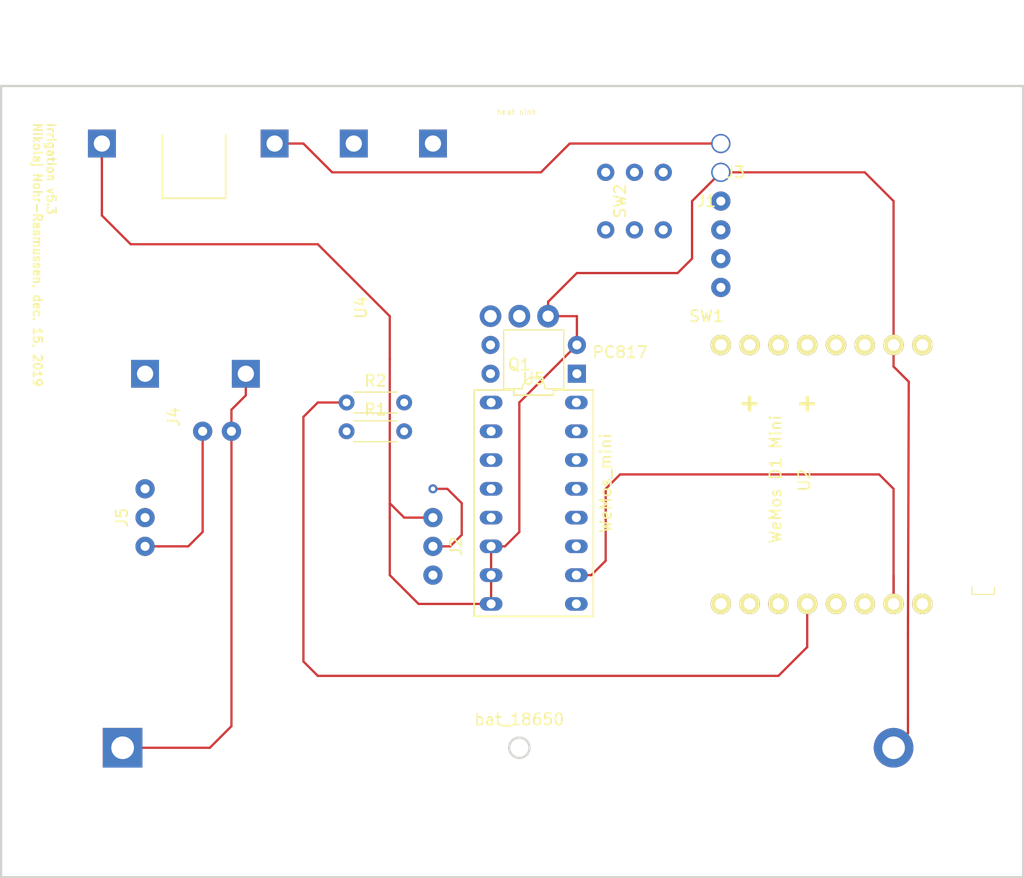
<source format=kicad_pcb>
(kicad_pcb (version 20171130) (host pcbnew "(5.0.2)-1")

  (general
    (thickness 1.6)
    (drawings 20)
    (tracks 195)
    (zones 0)
    (modules 15)
    (nets 19)
  )

  (page A4)
  (layers
    (0 Top_copper power)
    (1 "Blue_(signal_1)" signal hide)
    (2 Bottom_copper signal)
    (3 "Yellow2_(signal)" signal hide)
    (4 "Blue2_(signal)" signal hide)
    (31 "Red_(Power)" power hide)
    (32 B.Adhes user hide)
    (33 F.Adhes user hide)
    (34 B.Paste user hide)
    (35 F.Paste user hide)
    (36 B.SilkS user)
    (37 F.SilkS user)
    (38 B.Mask user)
    (39 F.Mask user)
    (40 Dwgs.User user hide)
    (41 Cmts.User user hide)
    (42 Eco1.User user hide)
    (43 Eco2.User user hide)
    (44 Edge.Cuts user)
    (45 Margin user hide)
    (46 B.CrtYd user)
    (47 F.CrtYd user)
    (48 B.Fab user hide)
    (49 F.Fab user hide)
  )

  (setup
    (last_trace_width 0.2)
    (trace_clearance 0.2)
    (zone_clearance 0.508)
    (zone_45_only no)
    (trace_min 0.2)
    (segment_width 0.2)
    (edge_width 0.2)
    (via_size 0.8)
    (via_drill 0.4)
    (via_min_size 0.4)
    (via_min_drill 0.3)
    (uvia_size 0.3)
    (uvia_drill 0.1)
    (uvias_allowed no)
    (uvia_min_size 0.2)
    (uvia_min_drill 0.1)
    (pcb_text_width 0.3)
    (pcb_text_size 1.5 1.5)
    (mod_edge_width 0.15)
    (mod_text_size 1 1)
    (mod_text_width 0.15)
    (pad_size 1.5 2)
    (pad_drill 1.1)
    (pad_to_mask_clearance 0.2)
    (solder_mask_min_width 0.25)
    (aux_axis_origin 0 0)
    (visible_elements 7FFFFFFF)
    (pcbplotparams
      (layerselection 0x290f0_7fffffe5)
      (usegerberextensions true)
      (usegerberattributes false)
      (usegerberadvancedattributes false)
      (creategerberjobfile false)
      (excludeedgelayer true)
      (linewidth 0.100000)
      (plotframeref false)
      (viasonmask false)
      (mode 1)
      (useauxorigin false)
      (hpglpennumber 1)
      (hpglpenspeed 20)
      (hpglpendiameter 15.000000)
      (psnegative false)
      (psa4output false)
      (plotreference true)
      (plotvalue true)
      (plotinvisibletext false)
      (padsonsilk true)
      (subtractmaskfromsilk false)
      (outputformat 1)
      (mirror false)
      (drillshape 0)
      (scaleselection 1)
      (outputdirectory "./"))
  )

  (net 0 "")
  (net 1 GND)
  (net 2 "Net-(J3-Pad2)")
  (net 3 "Net-(J3-Pad1)")
  (net 4 "Net-(Q1-Pad1)")
  (net 5 "Net-(SW1-Pad1)")
  (net 6 "Net-(Opto1-Pad1)")
  (net 7 "Net-(J1-Pad2)")
  (net 8 "Net-(R2-Pad1)")
  (net 9 "Net-(SW2-Pad2)")
  (net 10 "Net-(SW2-Pad1)")
  (net 11 "Net-(R1-Pad2)")
  (net 12 "Net-(U2-Pad15)")
  (net 13 "Net-(U2-Pad14)")
  (net 14 "Net-(U2-Pad10)")
  (net 15 "Net-(J4-Pad2)")
  (net 16 "Net-(J5-Pad3)")
  (net 17 "Net-(J2-Pad3)")
  (net 18 "Net-(J2-Pad2)")

  (net_class Default "This is the default net class."
    (clearance 0.2)
    (trace_width 0.2)
    (via_dia 0.8)
    (via_drill 0.4)
    (uvia_dia 0.3)
    (uvia_drill 0.1)
    (add_net GND)
    (add_net "Net-(J1-Pad2)")
    (add_net "Net-(J2-Pad2)")
    (add_net "Net-(J2-Pad3)")
    (add_net "Net-(J3-Pad1)")
    (add_net "Net-(J3-Pad2)")
    (add_net "Net-(J4-Pad2)")
    (add_net "Net-(J5-Pad3)")
    (add_net "Net-(Opto1-Pad1)")
    (add_net "Net-(Q1-Pad1)")
    (add_net "Net-(R1-Pad2)")
    (add_net "Net-(R2-Pad1)")
    (add_net "Net-(SW1-Pad1)")
    (add_net "Net-(SW2-Pad1)")
    (add_net "Net-(SW2-Pad2)")
    (add_net "Net-(U2-Pad10)")
    (add_net "Net-(U2-Pad14)")
    (add_net "Net-(U2-Pad15)")
  )

  (module footprint:74HC4052_analogue_mux_v1 (layer Top_copper) (tedit 5CA72754) (tstamp 5CA72CC3)
    (at 64.77 54.61 270)
    (path /5CAC48A2)
    (fp_text reference U5 (at -10.99 0) (layer F.SilkS)
      (effects (font (size 1 1) (thickness 0.15)))
    )
    (fp_text value CD4052B (at 0 0 270) (layer F.Fab)
      (effects (font (size 1 1) (thickness 0.15)))
    )
    (fp_line (start -10.15 5.4) (end -10.15 -5.4) (layer F.CrtYd) (width 0.05))
    (fp_line (start 10.15 5.4) (end -10.15 5.4) (layer F.CrtYd) (width 0.05))
    (fp_line (start 10.15 -5.4) (end 10.15 5.4) (layer F.CrtYd) (width 0.05))
    (fp_line (start -10.15 -5.4) (end 10.15 -5.4) (layer F.CrtYd) (width 0.05))
    (fp_line (start -9.99 1.753333) (end -9.99 5.259999) (layer F.SilkS) (width 0.15))
    (fp_line (start -9.54 1.753333) (end -9.99 1.753333) (layer F.SilkS) (width 0.15))
    (fp_line (start -9.54 -1.753333) (end -9.54 1.753333) (layer F.SilkS) (width 0.15))
    (fp_line (start -9.99 -1.753333) (end -9.54 -1.753333) (layer F.SilkS) (width 0.15))
    (fp_line (start -9.99 -5.26) (end -9.99 -1.753333) (layer F.SilkS) (width 0.15))
    (fp_line (start 9.99 -5.259999) (end -9.99 -5.26) (layer F.SilkS) (width 0.15))
    (fp_line (start 9.99 5.26) (end 9.99 -5.259999) (layer F.SilkS) (width 0.15))
    (fp_line (start -9.99 5.259999) (end 9.99 5.26) (layer F.SilkS) (width 0.15))
    (pad 8 thru_hole oval (at 8.89 3.76 270) (size 1.2 2) (drill 0.8) (layers *.Cu *.Mask)
      (net 1 GND))
    (pad 9 thru_hole oval (at 8.89 -3.76 270) (size 1.2 2) (drill 0.8) (layers *.Cu *.Mask)
      (net 13 "Net-(U2-Pad14)"))
    (pad 7 thru_hole oval (at 6.35 3.76 270) (size 1.2 2) (drill 0.8) (layers *.Cu *.Mask)
      (net 1 GND))
    (pad 10 thru_hole oval (at 6.35 -3.76 270) (size 1.2 2) (drill 0.8) (layers *.Cu *.Mask)
      (net 12 "Net-(U2-Pad15)"))
    (pad 6 thru_hole oval (at 3.81 3.76 270) (size 1.2 2) (drill 0.8) (layers *.Cu *.Mask)
      (net 1 GND))
    (pad 11 thru_hole oval (at 3.81 -3.76 270) (size 1.2 2) (drill 0.8) (layers *.Cu *.Mask))
    (pad 5 thru_hole oval (at 1.27 3.76 270) (size 1.2 2) (drill 0.8) (layers *.Cu *.Mask))
    (pad 12 thru_hole oval (at 1.27 -3.76 270) (size 1.2 2) (drill 0.8) (layers *.Cu *.Mask)
      (net 17 "Net-(J2-Pad3)"))
    (pad 4 thru_hole oval (at -1.27 3.76 270) (size 1.2 2) (drill 0.8) (layers *.Cu *.Mask))
    (pad 13 thru_hole oval (at -1.27 -3.76 270) (size 1.2 2) (drill 0.8) (layers *.Cu *.Mask)
      (net 14 "Net-(U2-Pad10)"))
    (pad 3 thru_hole oval (at -3.81 3.76 270) (size 1.2 2) (drill 0.8) (layers *.Cu *.Mask))
    (pad 14 thru_hole oval (at -3.81 -3.76 270) (size 1.2 2) (drill 0.8) (layers *.Cu *.Mask)
      (net 11 "Net-(R1-Pad2)"))
    (pad 2 thru_hole oval (at -6.35 3.76 270) (size 1.2 2) (drill 0.8) (layers *.Cu *.Mask))
    (pad 15 thru_hole oval (at -6.35 -3.76 270) (size 1.2 2) (drill 0.8) (layers *.Cu *.Mask)
      (net 16 "Net-(J5-Pad3)"))
    (pad 1 thru_hole oval (at -8.89 3.76 270) (size 1.2 2) (drill 0.8) (layers *.Cu *.Mask))
    (pad 16 thru_hole oval (at -8.89 -3.76 270) (size 1.2 2) (drill 0.8) (layers *.Cu *.Mask)
      (net 18 "Net-(J2-Pad2)"))
  )

  (module footprint:BatteryHolder_MPD_BH-18650-PC2_v4 (layer Top_copper) (tedit 5CAF9A70) (tstamp 5CAF9B3B)
    (at 63.5 76.2)
    (descr "18650 Battery Holder (http://www.memoryprotectiondevices.com/datasheets/BK-18650-PC2-datasheet.pdf)")
    (tags "18650 Battery Holder")
    (path /5C9C0D4A)
    (fp_text reference bat_18650 (at 0 -2.5) (layer F.SilkS)
      (effects (font (size 1 1) (thickness 0.15)))
    )
    (fp_text value Battery_Cell (at 0 -4.8) (layer F.Fab)
      (effects (font (size 1 1) (thickness 0.15)))
    )
    (fp_line (start -38.1 -10.668) (end 35.56 -10.668) (layer F.CrtYd) (width 0.05))
    (fp_line (start -38.1 10.668) (end -38.1 -10.668) (layer F.CrtYd) (width 0.05))
    (fp_circle (center 0 0) (end -1.016 -0.508) (layer F.CrtYd) (width 0.05))
    (fp_line (start 35.56 10.668) (end 35.56 -10.668) (layer F.CrtYd) (width 0.05))
    (fp_line (start -38.1 10.668) (end 35.56 10.668) (layer F.CrtYd) (width 0.05))
    (pad 2 thru_hole circle (at 33.02 0) (size 3.5 3.5) (drill 2) (layers *.Cu *.Mask)
      (net 1 GND))
    (pad 1 thru_hole rect (at -35 0) (size 3.5 3.5) (drill 2) (layers *.Cu *.Mask)
      (net 15 "Net-(J4-Pad2)"))
    (model ${KISYS3DMOD}/Battery.3dshapes/BatteryHolder_MPD_BH-18650-PC2.wrl
      (at (xyz 0 0 0))
      (scale (xyz 1 1 1))
      (rotate (xyz 0 0 0))
    )
  )

  (module footprint:2p_connector_v2 (layer Top_copper) (tedit 5C9E8F0F) (tstamp 5C9BBC0A)
    (at 78.74 22.86 90)
    (path /5C4F9789)
    (fp_text reference J1 (at -5.08 1.27 180) (layer F.SilkS)
      (effects (font (size 1 1) (thickness 0.15)))
    )
    (fp_text value Sol (at -1.27 20.32 180) (layer F.Fab)
      (effects (font (size 1 1) (thickness 0.15)))
    )
    (fp_line (start -3.81 1.27) (end 1.27 1.27) (layer F.CrtYd) (width 0.15))
    (fp_line (start 1.27 1.27) (end 1.27 3.81) (layer F.CrtYd) (width 0.15))
    (fp_line (start 1.27 3.81) (end -3.81 3.81) (layer F.CrtYd) (width 0.15))
    (fp_line (start -3.81 3.81) (end -3.81 1.27) (layer F.CrtYd) (width 0.15))
    (pad 1 thru_hole circle (at -2.54 2.54 90) (size 1.7 1.7) (drill 1.43) (layers *.Cu *.Mask)
      (net 1 GND))
    (pad 2 thru_hole circle (at 0 2.54 90) (size 1.7 1.7) (drill 1.43) (layers *.Cu *.Mask)
      (net 7 "Net-(J1-Pad2)"))
  )

  (module wemos_d1_mini:D1_mini_board_v10 (layer Top_copper) (tedit 5C9CC373) (tstamp 5C9BBEBB)
    (at 106.68 45.72 90)
    (path /5C4F9AC3)
    (fp_text reference U2 (at -6.858 -18.034 90) (layer F.SilkS)
      (effects (font (size 1 1) (thickness 0.15)))
    )
    (fp_text value WeMos_mini (at -7.112 -35.56 90) (layer F.SilkS)
      (effects (font (size 1 1) (thickness 0.15)))
    )
    (fp_text user "WeMos D1 Mini" (at -6.776942 -20.574 90) (layer F.SilkS)
      (effects (font (size 1 1) (thickness 0.15)))
    )
    (fp_line (start -3.597292 -5.442549) (end -10.736873 -5.442549) (layer F.CrtYd) (width 0.1))
    (fp_line (start -10.736873 -5.442549) (end -10.736873 0.371188) (layer F.CrtYd) (width 0.1))
    (fp_line (start -10.736873 0.371188) (end -3.597292 0.371188) (layer F.CrtYd) (width 0.1))
    (fp_line (start -3.597292 0.371188) (end -3.597292 -5.442549) (layer F.CrtYd) (width 0.1))
    (fp_line (start -16.28582 -3.248262) (end -16.938459 -3.248262) (layer F.SilkS) (width 0.1))
    (fp_line (start -16.938459 -3.248262) (end -16.938459 -1.255068) (layer F.SilkS) (width 0.1))
    (fp_line (start -16.938459 -1.255068) (end -16.321098 -1.255068) (layer F.SilkS) (width 0.1))
    (fp_line (start 6.604 1.016) (end -16.256 1.016) (layer F.CrtYd) (width 0.15))
    (fp_line (start -16.256 1.016) (end -16.256 -5.842) (layer F.CrtYd) (width 0.15))
    (fp_line (start -19.558 -5.842) (end -19.558 -34.544) (layer F.CrtYd) (width 0.15))
    (fp_line (start -19.558 -34.544) (end 6.604 -34.544) (layer F.CrtYd) (width 0.15))
    (fp_line (start 6.604 -34.544) (end 6.604 1.016) (layer F.CrtYd) (width 0.15))
    (fp_text user RST (at -22.016942 -25.654 90) (layer F.Fab)
      (effects (font (size 1 1) (thickness 0.15)))
    )
    (fp_text user 3V3 (at -22.016942 -7.874 90) (layer F.Fab)
      (effects (font (size 1 1) (thickness 0.15)))
    )
    (fp_text user 5V (at 8.463058 -7.874 90) (layer F.Fab)
      (effects (font (size 1 1) (thickness 0.15)))
    )
    (fp_text user GND (at 8.463058 -10.414 90) (layer F.Fab)
      (effects (font (size 1 1) (thickness 0.15)))
    )
    (fp_text user A0 (at -22.016942 -23.114 90) (layer F.Fab)
      (effects (font (size 1 1) (thickness 0.15)))
    )
    (fp_line (start -16.256 -5.842) (end -19.558 -5.842) (layer F.CrtYd) (width 0.15))
    (fp_text user D0 (at -22.098 -20.574 90) (layer F.Fab)
      (effects (font (size 1 1) (thickness 0.15)))
    )
    (fp_text user D5 (at -22.016942 -18.034 90) (layer F.Fab)
      (effects (font (size 1 1) (thickness 0.15)))
    )
    (fp_text user D6 (at -22.016942 -15.494 90) (layer F.Fab)
      (effects (font (size 1 1) (thickness 0.15)))
    )
    (fp_text user D7 (at -22.016942 -12.954 90) (layer F.Fab)
      (effects (font (size 1 1) (thickness 0.15)))
    )
    (fp_text user D8 (at -22.016942 -10.414 90) (layer F.Fab)
      (effects (font (size 1 1) (thickness 0.15)))
    )
    (fp_text user TX (at 7.747 -25.654 90) (layer F.Fab)
      (effects (font (size 1 1) (thickness 0.15)))
    )
    (fp_text user RX (at 7.874 -22.987 90) (layer F.Fab)
      (effects (font (size 1 1) (thickness 0.15)))
    )
    (fp_text user D1 (at 8.463058 -20.32 90) (layer F.Fab)
      (effects (font (size 1 1) (thickness 0.15)))
    )
    (fp_text user D2 (at 8.463058 -18.034 90) (layer F.Fab)
      (effects (font (size 1 1) (thickness 0.15)))
    )
    (fp_text user D3 (at 8.463058 -15.494 90) (layer F.Fab)
      (effects (font (size 1 1) (thickness 0.15)))
    )
    (fp_text user D4 (at 8.463058 -12.954 90) (layer F.Fab)
      (effects (font (size 1 1) (thickness 0.15)))
    )
    (pad 8 thru_hole circle (at 5.08 -25.4 90) (size 1.8 1.8) (drill 1.016) (layers *.Cu *.Mask F.SilkS))
    (pad 7 thru_hole circle (at 5.08 -22.86 90) (size 1.8 1.8) (drill 1.016) (layers *.Cu *.Mask F.SilkS))
    (pad 6 thru_hole circle (at 5.08 -20.32 90) (size 1.8 1.8) (drill 1.016) (layers *.Cu *.Mask F.SilkS)
      (net 6 "Net-(Opto1-Pad1)"))
    (pad 5 thru_hole circle (at 5.08 -17.78 90) (size 1.8 1.8) (drill 1.016) (layers *.Cu *.Mask F.SilkS))
    (pad 4 thru_hole circle (at 5.08 -15.24 90) (size 1.8 1.8) (drill 1.016) (layers *.Cu *.Mask F.SilkS))
    (pad 3 thru_hole circle (at 5.08 -12.7 90) (size 1.8 1.8) (drill 1.016) (layers *.Cu *.Mask F.SilkS))
    (pad 2 thru_hole circle (at 5.08 -10.16 90) (size 1.8 1.8) (drill 1.016) (layers *.Cu *.Mask F.SilkS)
      (net 1 GND))
    (pad 1 thru_hole circle (at 5.08 -7.62 90) (size 1.8 1.8) (drill 1.016) (layers *.Cu *.Mask F.SilkS)
      (net 2 "Net-(J3-Pad2)"))
    (pad 16 thru_hole circle (at -17.78 -7.62 90) (size 1.8 1.8) (drill 1.016) (layers *.Cu *.Mask F.SilkS))
    (pad 15 thru_hole circle (at -17.78 -10.16 90) (size 1.8 1.8) (drill 1.016) (layers *.Cu *.Mask F.SilkS)
      (net 12 "Net-(U2-Pad15)"))
    (pad 14 thru_hole circle (at -17.78 -12.7 90) (size 1.8 1.8) (drill 1.016) (layers *.Cu *.Mask F.SilkS)
      (net 13 "Net-(U2-Pad14)"))
    (pad 13 thru_hole circle (at -17.78 -15.24 90) (size 1.8 1.8) (drill 1.016) (layers *.Cu *.Mask F.SilkS))
    (pad 12 thru_hole circle (at -17.78 -17.78 90) (size 1.8 1.8) (drill 1.016) (layers *.Cu *.Mask F.SilkS)
      (net 8 "Net-(R2-Pad1)"))
    (pad 11 thru_hole circle (at -17.78 -20.32 90) (size 1.8 1.8) (drill 1.016) (layers *.Cu *.Mask F.SilkS)
      (net 10 "Net-(SW2-Pad1)"))
    (pad 10 thru_hole circle (at -17.78 -22.86 90) (size 1.8 1.8) (drill 1.016) (layers *.Cu *.Mask F.SilkS)
      (net 14 "Net-(U2-Pad10)"))
    (pad 9 thru_hole circle (at -17.78 -25.4 90) (size 1.8 1.8) (drill 1.016) (layers *.Cu *.Mask F.SilkS)
      (net 9 "Net-(SW2-Pad2)"))
  )

  (module Package_DIP:DIP-4_W7.62mm (layer Top_copper) (tedit 5CB44DF3) (tstamp 5C9BBC4B)
    (at 68.58 43.18 180)
    (descr "4-lead though-hole mounted DIP package, row spacing 7.62 mm (300 mils)")
    (tags "THT DIP DIL PDIP 2.54mm 7.62mm 300mil")
    (path /5C922828)
    (fp_text reference Opto1 (at -3.175 3.81 180) (layer F.SilkS) hide
      (effects (font (size 1 1) (thickness 0.15)))
    )
    (fp_text value PC817 (at -3.81 1.905 180) (layer F.SilkS)
      (effects (font (size 1 1) (thickness 0.15)))
    )
    (fp_arc (start 3.81 -1.33) (end 2.81 -1.33) (angle -180) (layer F.SilkS) (width 0.12))
    (fp_line (start 1.635 -1.27) (end 6.985 -1.27) (layer F.Fab) (width 0.1))
    (fp_line (start 6.985 -1.27) (end 6.985 3.81) (layer F.Fab) (width 0.1))
    (fp_line (start 6.985 3.81) (end 0.635 3.81) (layer F.Fab) (width 0.1))
    (fp_line (start 0.635 3.81) (end 0.635 -0.27) (layer F.Fab) (width 0.1))
    (fp_line (start 0.635 -0.27) (end 1.635 -1.27) (layer F.Fab) (width 0.1))
    (fp_line (start 2.81 -1.33) (end 1.16 -1.33) (layer F.SilkS) (width 0.12))
    (fp_line (start 1.16 -1.33) (end 1.16 3.87) (layer F.SilkS) (width 0.12))
    (fp_line (start 1.16 3.87) (end 6.46 3.87) (layer F.SilkS) (width 0.12))
    (fp_line (start 6.46 3.87) (end 6.46 -1.33) (layer F.SilkS) (width 0.12))
    (fp_line (start 6.46 -1.33) (end 4.81 -1.33) (layer F.SilkS) (width 0.12))
    (fp_line (start -1.1 -1.55) (end -1.1 4.1) (layer F.CrtYd) (width 0.05))
    (fp_line (start -1.1 4.1) (end 8.7 4.1) (layer F.CrtYd) (width 0.05))
    (fp_line (start 8.7 4.1) (end 8.7 -1.55) (layer F.CrtYd) (width 0.05))
    (fp_line (start 8.7 -1.55) (end -1.1 -1.55) (layer F.CrtYd) (width 0.05))
    (fp_text user %R (at 3.81 1.27 180) (layer F.Fab)
      (effects (font (size 1 1) (thickness 0.15)))
    )
    (pad 1 thru_hole rect (at 0 0 180) (size 1.6 1.6) (drill 0.8) (layers *.Cu *.Mask)
      (net 6 "Net-(Opto1-Pad1)"))
    (pad 3 thru_hole oval (at 7.62 2.54 180) (size 1.6 1.6) (drill 0.8) (layers *.Cu *.Mask)
      (net 18 "Net-(J2-Pad2)"))
    (pad 2 thru_hole oval (at 0 2.54 180) (size 1.6 1.6) (drill 0.8) (layers *.Cu *.Mask)
      (net 1 GND))
    (pad 4 thru_hole oval (at 7.62 0 180) (size 1.6 1.6) (drill 0.8) (layers *.Cu *.Mask)
      (net 2 "Net-(J3-Pad2)"))
    (model ${KISYS3DMOD}/Package_DIP.3dshapes/DIP-4_W7.62mm.wrl
      (at (xyz 0 0 0))
      (scale (xyz 1 1 1))
      (rotate (xyz 0 0 0))
    )
  )

  (module Resistor_THT:R_Axial_DIN0204_L3.6mm_D1.6mm_P5.08mm_Horizontal (layer Top_copper) (tedit 5AE5139B) (tstamp 5C9BBC5E)
    (at 48.26 48.26)
    (descr "Resistor, Axial_DIN0204 series, Axial, Horizontal, pin pitch=5.08mm, 0.167W, length*diameter=3.6*1.6mm^2, http://cdn-reichelt.de/documents/datenblatt/B400/1_4W%23YAG.pdf")
    (tags "Resistor Axial_DIN0204 series Axial Horizontal pin pitch 5.08mm 0.167W length 3.6mm diameter 1.6mm")
    (path /5C4F9DC6)
    (fp_text reference R1 (at 2.54 -1.92) (layer F.SilkS)
      (effects (font (size 1 1) (thickness 0.15)))
    )
    (fp_text value 100k (at -3.302 0) (layer F.Fab)
      (effects (font (size 1 1) (thickness 0.15)))
    )
    (fp_text user %R (at 2.54 0) (layer F.Fab)
      (effects (font (size 0.72 0.72) (thickness 0.108)))
    )
    (fp_line (start 6.03 -1.05) (end -0.95 -1.05) (layer F.CrtYd) (width 0.05))
    (fp_line (start 6.03 1.05) (end 6.03 -1.05) (layer F.CrtYd) (width 0.05))
    (fp_line (start -0.95 1.05) (end 6.03 1.05) (layer F.CrtYd) (width 0.05))
    (fp_line (start -0.95 -1.05) (end -0.95 1.05) (layer F.CrtYd) (width 0.05))
    (fp_line (start 0.62 0.92) (end 4.46 0.92) (layer F.SilkS) (width 0.12))
    (fp_line (start 0.62 -0.92) (end 4.46 -0.92) (layer F.SilkS) (width 0.12))
    (fp_line (start 5.08 0) (end 4.34 0) (layer F.Fab) (width 0.1))
    (fp_line (start 0 0) (end 0.74 0) (layer F.Fab) (width 0.1))
    (fp_line (start 4.34 -0.8) (end 0.74 -0.8) (layer F.Fab) (width 0.1))
    (fp_line (start 4.34 0.8) (end 4.34 -0.8) (layer F.Fab) (width 0.1))
    (fp_line (start 0.74 0.8) (end 4.34 0.8) (layer F.Fab) (width 0.1))
    (fp_line (start 0.74 -0.8) (end 0.74 0.8) (layer F.Fab) (width 0.1))
    (pad 2 thru_hole oval (at 5.08 0) (size 1.4 1.4) (drill 0.7) (layers *.Cu *.Mask)
      (net 11 "Net-(R1-Pad2)"))
    (pad 1 thru_hole circle (at 0 0) (size 1.4 1.4) (drill 0.7) (layers *.Cu *.Mask)
      (net 15 "Net-(J4-Pad2)"))
    (model ${KISYS3DMOD}/Resistor_THT.3dshapes/R_Axial_DIN0204_L3.6mm_D1.6mm_P5.08mm_Horizontal.wrl
      (at (xyz 0 0 0))
      (scale (xyz 1 1 1))
      (rotate (xyz 0 0 0))
    )
  )

  (module Resistor_THT:R_Axial_DIN0204_L3.6mm_D1.6mm_P5.08mm_Horizontal (layer Top_copper) (tedit 5AE5139B) (tstamp 5C9BBC71)
    (at 48.26 45.72)
    (descr "Resistor, Axial_DIN0204 series, Axial, Horizontal, pin pitch=5.08mm, 0.167W, length*diameter=3.6*1.6mm^2, http://cdn-reichelt.de/documents/datenblatt/B400/1_4W%23YAG.pdf")
    (tags "Resistor Axial_DIN0204 series Axial Horizontal pin pitch 5.08mm 0.167W length 3.6mm diameter 1.6mm")
    (path /5C4F22D3)
    (fp_text reference R2 (at 2.54 -1.92) (layer F.SilkS)
      (effects (font (size 1 1) (thickness 0.15)))
    )
    (fp_text value 5k (at -2.286 0.889) (layer F.Fab)
      (effects (font (size 1 1) (thickness 0.15)))
    )
    (fp_line (start 0.74 -0.8) (end 0.74 0.8) (layer F.Fab) (width 0.1))
    (fp_line (start 0.74 0.8) (end 4.34 0.8) (layer F.Fab) (width 0.1))
    (fp_line (start 4.34 0.8) (end 4.34 -0.8) (layer F.Fab) (width 0.1))
    (fp_line (start 4.34 -0.8) (end 0.74 -0.8) (layer F.Fab) (width 0.1))
    (fp_line (start 0 0) (end 0.74 0) (layer F.Fab) (width 0.1))
    (fp_line (start 5.08 0) (end 4.34 0) (layer F.Fab) (width 0.1))
    (fp_line (start 0.62 -0.92) (end 4.46 -0.92) (layer F.SilkS) (width 0.12))
    (fp_line (start 0.62 0.92) (end 4.46 0.92) (layer F.SilkS) (width 0.12))
    (fp_line (start -0.95 -1.05) (end -0.95 1.05) (layer F.CrtYd) (width 0.05))
    (fp_line (start -0.95 1.05) (end 6.03 1.05) (layer F.CrtYd) (width 0.05))
    (fp_line (start 6.03 1.05) (end 6.03 -1.05) (layer F.CrtYd) (width 0.05))
    (fp_line (start 6.03 -1.05) (end -0.95 -1.05) (layer F.CrtYd) (width 0.05))
    (fp_text user %R (at 2.54 0) (layer F.Fab)
      (effects (font (size 0.72 0.72) (thickness 0.108)))
    )
    (pad 1 thru_hole circle (at 0 0) (size 1.4 1.4) (drill 0.7) (layers *.Cu *.Mask)
      (net 8 "Net-(R2-Pad1)"))
    (pad 2 thru_hole oval (at 5.08 0) (size 1.4 1.4) (drill 0.7) (layers *.Cu *.Mask)
      (net 4 "Net-(Q1-Pad1)"))
    (model ${KISYS3DMOD}/Resistor_THT.3dshapes/R_Axial_DIN0204_L3.6mm_D1.6mm_P5.08mm_Horizontal.wrl
      (at (xyz 0 0 0))
      (scale (xyz 1 1 1))
      (rotate (xyz 0 0 0))
    )
  )

  (module footprint:J5019_v5 (layer Top_copper) (tedit 5CAF996A) (tstamp 5CAF9B45)
    (at 58.42 20.32 270)
    (path /5C94F80F)
    (fp_text reference U4 (at 17.018 8.89 270) (layer F.SilkS)
      (effects (font (size 1 1) (thickness 0.15)))
    )
    (fp_text value J5019 (at 15.748 6.35 270) (layer F.Fab)
      (effects (font (size 1 1) (thickness 0.15)))
    )
    (fp_line (start 1.27 1.27) (end 1.27 33.02) (layer F.CrtYd) (width 0.15))
    (fp_line (start 1.27 33.02) (end 25.4 33.02) (layer F.CrtYd) (width 0.15))
    (fp_line (start 25.4 1.27) (end 1.27 1.27) (layer F.CrtYd) (width 0.15))
    (fp_line (start 25.4 1.27) (end 25.4 33.02) (layer F.CrtYd) (width 0.15))
    (fp_line (start 1.778 20.828) (end 7.366 20.828) (layer F.SilkS) (width 0.15))
    (fp_line (start 7.366 20.828) (end 7.366 26.416) (layer F.SilkS) (width 0.15))
    (fp_line (start 7.366 26.416) (end 1.778 26.416) (layer F.SilkS) (width 0.15))
    (pad 6 thru_hole rect (at 2.54 31.75 270) (size 2.46 2.46) (drill 1.43) (layers *.Cu *.Mask)
      (net 1 GND))
    (pad 5 thru_hole rect (at 2.54 16.51 270) (size 2.46 2.46) (drill 1.43) (layers *.Cu *.Mask)
      (net 7 "Net-(J1-Pad2)"))
    (pad 4 thru_hole rect (at 2.54 2.54 270) (size 2.46 2.46) (drill 1.43) (layers *.Cu *.Mask)
      (net 5 "Net-(SW1-Pad1)"))
    (pad 3 thru_hole rect (at 22.86 19.05 270) (size 2.46 2.46) (drill 1.43) (layers *.Cu *.Mask)
      (net 15 "Net-(J4-Pad2)"))
    (pad 1 thru_hole rect (at 2.54 9.525 270) (size 2.46 2.46) (drill 1.43) (layers *.Cu *.Mask))
    (pad 2 thru_hole rect (at 22.86 27.94 270) (size 2.46 2.46) (drill 1.43) (layers *.Cu *.Mask))
  )

  (module footprint:3p_switch_v3 (layer Top_copper) (tedit 5CB44A5E) (tstamp 5E029B54)
    (at 58.42 58.42 270)
    (path /5DF6418E)
    (fp_text reference J2 (at 0 0.5 270) (layer F.SilkS)
      (effects (font (size 1 1) (thickness 0.15)))
    )
    (fp_text value "To soil sensor" (at 0 5.08 270) (layer F.Fab)
      (effects (font (size 1 1) (thickness 0.15)))
    )
    (fp_line (start -3.81 3.81) (end -3.81 1.27) (layer F.CrtYd) (width 0.15))
    (fp_line (start 3.81 3.81) (end -3.81 3.81) (layer F.CrtYd) (width 0.15))
    (fp_line (start 3.81 1.27) (end 3.81 3.81) (layer F.CrtYd) (width 0.15))
    (fp_line (start -3.81 1.27) (end 3.81 1.27) (layer F.CrtYd) (width 0.15))
    (pad 3 thru_hole circle (at 2.54 2.54 270) (size 1.7 1.7) (drill 0.8) (layers *.Cu *.Mask)
      (net 17 "Net-(J2-Pad3)"))
    (pad 2 thru_hole circle (at 0 2.54 270) (size 1.7 1.7) (drill 0.8) (layers *.Cu *.Mask)
      (net 18 "Net-(J2-Pad2)"))
    (pad 1 thru_hole circle (at -2.54 2.54 270) (size 1.7 1.7) (drill 0.8) (layers *.Cu *.Mask)
      (net 1 GND))
  )

  (module footprint:2p_connector_v3 (layer Top_copper) (tedit 5CB44A7E) (tstamp 5E029B55)
    (at 83.82 30.48 270)
    (path /5C4F97F0)
    (fp_text reference J3 (at -5.08 1.27) (layer F.SilkS)
      (effects (font (size 1 1) (thickness 0.15)))
    )
    (fp_text value Valve (at -1.27 5.08 270) (layer F.Fab)
      (effects (font (size 1 1) (thickness 0.15)))
    )
    (fp_line (start -3.81 3.81) (end -3.81 1.27) (layer F.CrtYd) (width 0.15))
    (fp_line (start 1.27 3.81) (end -3.81 3.81) (layer F.CrtYd) (width 0.15))
    (fp_line (start 1.27 1.27) (end 1.27 3.81) (layer F.CrtYd) (width 0.15))
    (fp_line (start -3.81 1.27) (end 1.27 1.27) (layer F.CrtYd) (width 0.15))
    (pad 2 thru_hole circle (at 0 2.54 270) (size 1.7 1.7) (drill 0.8) (layers *.Cu *.Mask)
      (net 2 "Net-(J3-Pad2)"))
    (pad 1 thru_hole circle (at -2.54 2.54 270) (size 1.7 1.7) (drill 0.8) (layers *.Cu *.Mask)
      (net 3 "Net-(J3-Pad1)"))
  )

  (module footprint:2p_connector_v3 (layer Top_copper) (tedit 5CB44A7E) (tstamp 5E029B5E)
    (at 38.1 45.72)
    (path /5CAF6943)
    (fp_text reference J4 (at -5.08 1.27 90) (layer F.SilkS)
      (effects (font (size 1 1) (thickness 0.15)))
    )
    (fp_text value Batt (at -1.27 5.08) (layer F.Fab)
      (effects (font (size 1 1) (thickness 0.15)))
    )
    (fp_line (start -3.81 1.27) (end 1.27 1.27) (layer F.CrtYd) (width 0.15))
    (fp_line (start 1.27 1.27) (end 1.27 3.81) (layer F.CrtYd) (width 0.15))
    (fp_line (start 1.27 3.81) (end -3.81 3.81) (layer F.CrtYd) (width 0.15))
    (fp_line (start -3.81 3.81) (end -3.81 1.27) (layer F.CrtYd) (width 0.15))
    (pad 1 thru_hole circle (at -2.54 2.54) (size 1.7 1.7) (drill 0.8) (layers *.Cu *.Mask)
      (net 1 GND))
    (pad 2 thru_hole circle (at 0 2.54) (size 1.7 1.7) (drill 0.8) (layers *.Cu *.Mask)
      (net 15 "Net-(J4-Pad2)"))
  )

  (module footprint:3p_switch_v3 (layer Top_copper) (tedit 5CB44A5E) (tstamp 5E029B67)
    (at 27.94 55.88 90)
    (path /5CB0FBBE)
    (fp_text reference J5 (at 0 0.5 90) (layer F.SilkS)
      (effects (font (size 1 1) (thickness 0.15)))
    )
    (fp_text value "Spare connection" (at 0 5.08 90) (layer F.Fab)
      (effects (font (size 1 1) (thickness 0.15)))
    )
    (fp_line (start -3.81 1.27) (end 3.81 1.27) (layer F.CrtYd) (width 0.15))
    (fp_line (start 3.81 1.27) (end 3.81 3.81) (layer F.CrtYd) (width 0.15))
    (fp_line (start 3.81 3.81) (end -3.81 3.81) (layer F.CrtYd) (width 0.15))
    (fp_line (start -3.81 3.81) (end -3.81 1.27) (layer F.CrtYd) (width 0.15))
    (pad 1 thru_hole circle (at -2.54 2.54 90) (size 1.7 1.7) (drill 0.8) (layers *.Cu *.Mask)
      (net 1 GND))
    (pad 2 thru_hole circle (at 0 2.54 90) (size 1.7 1.7) (drill 0.8) (layers *.Cu *.Mask)
      (net 18 "Net-(J2-Pad2)"))
    (pad 3 thru_hole circle (at 2.54 2.54 90) (size 1.7 1.7) (drill 0.8) (layers *.Cu *.Mask)
      (net 16 "Net-(J5-Pad3)"))
  )

  (module footprint:TIP120_flat_v4 (layer Top_copper) (tedit 5CB44976) (tstamp 5E029B71)
    (at 66.04 38.1 180)
    (descr "TO-220-3, Vertical, RM 2.54mm, see https://www.vishay.com/docs/66542/to-220-1.pdf")
    (tags "TO-220-3 Vertical RM 2.54mm")
    (path /5C4F21EB)
    (fp_text reference Q1 (at 2.54 -4.27 180) (layer F.SilkS)
      (effects (font (size 1 1) (thickness 0.15)))
    )
    (fp_text value TIP120 (at 2.54 -2.54 180) (layer F.Fab)
      (effects (font (size 1 1) (thickness 0.15)))
    )
    (fp_circle (center 2.54 16.002) (end 3.675923 16.002) (layer F.CrtYd) (width 0.15))
    (fp_line (start 4.064 -1.27) (end 6.096 -1.27) (layer F.CrtYd) (width 0.15))
    (fp_line (start 1.524 -1.27) (end 3.556 -1.27) (layer F.CrtYd) (width 0.15))
    (fp_line (start -1.016 -1.27) (end 1.016 -1.27) (layer F.CrtYd) (width 0.15))
    (fp_line (start 6.096 6.858) (end 6.096 -1.27) (layer F.CrtYd) (width 0.15))
    (fp_line (start 4.064 6.858) (end 4.064 -1.27) (layer F.CrtYd) (width 0.15))
    (fp_line (start 3.556 6.858) (end 3.556 -1.27) (layer F.CrtYd) (width 0.15))
    (fp_line (start 1.524 6.858) (end 1.524 -1.27) (layer F.CrtYd) (width 0.15))
    (fp_line (start 1.016 6.858) (end 1.016 -1.27) (layer F.CrtYd) (width 0.15))
    (fp_line (start 7.62 6.858) (end 7.62 17.272) (layer F.CrtYd) (width 0.15))
    (fp_line (start -2.54 6.858) (end 7.62 6.858) (layer F.CrtYd) (width 0.15))
    (fp_line (start -2.54 17.272) (end -2.54 6.858) (layer F.CrtYd) (width 0.15))
    (fp_line (start -0.762 19.05) (end -2.54 17.272) (layer F.CrtYd) (width 0.15))
    (fp_line (start 5.842 19.05) (end -0.762 19.05) (layer F.CrtYd) (width 0.15))
    (fp_line (start 7.62 17.272) (end 5.842 19.05) (layer F.CrtYd) (width 0.15))
    (fp_text user %R (at 2.54 -4.27 180) (layer F.Fab)
      (effects (font (size 1 1) (thickness 0.15)))
    )
    (fp_line (start -2.54 13.462) (end 7.62 13.462) (layer F.CrtYd) (width 0.15))
    (fp_line (start -1.016 6.858) (end -1.016 -1.27) (layer F.CrtYd) (width 0.15))
    (fp_text user "heat sink" (at 2.794 18.034 180) (layer F.SilkS)
      (effects (font (size 0.5 0.5) (thickness 0.06)))
    )
    (fp_text user B (at 6.604 4.572 180) (layer F.Fab)
      (effects (font (size 1 1) (thickness 0.15)))
    )
    (fp_text user E (at -1.524 4.572 180) (layer F.Fab)
      (effects (font (size 1 1) (thickness 0.15)))
    )
    (fp_line (start 4.064 6.858) (end 6.096 6.858) (layer F.CrtYd) (width 0.15))
    (fp_line (start 1.524 6.858) (end 3.556 6.858) (layer F.CrtYd) (width 0.15))
    (fp_line (start -1.016 6.858) (end 1.016 6.858) (layer F.CrtYd) (width 0.15))
    (pad 1 thru_hole circle (at 5.08 0 180) (size 1.905 1.905) (drill 1.1) (layers *.Cu *.Mask)
      (net 4 "Net-(Q1-Pad1)"))
    (pad 2 thru_hole oval (at 2.54 0 180) (size 1.905 2) (drill 1.1) (layers *.Cu *.Mask)
      (net 3 "Net-(J3-Pad1)"))
    (pad 3 thru_hole oval (at 0 0 180) (size 1.905 2) (drill 1) (layers *.Cu *.Mask)
      (net 1 GND))
    (model ${KISYS3DMOD}/Package_TO_SOT_THT.3dshapes/TO-220-3_Vertical.wrl
      (at (xyz 0 0 0))
      (scale (xyz 1 1 1))
      (rotate (xyz 0 0 0))
    )
  )

  (module footprint:2p_connector_v3 (layer Top_copper) (tedit 5CB44A7E) (tstamp 5E029B8F)
    (at 78.74 33.02 90)
    (path /5C4F30A2)
    (fp_text reference SW1 (at -5.08 1.27 180) (layer F.SilkS)
      (effects (font (size 1 1) (thickness 0.15)))
    )
    (fp_text value ON/OFF (at -1.27 5.08 90) (layer F.Fab)
      (effects (font (size 1 1) (thickness 0.15)))
    )
    (fp_line (start -3.81 1.27) (end 1.27 1.27) (layer F.CrtYd) (width 0.15))
    (fp_line (start 1.27 1.27) (end 1.27 3.81) (layer F.CrtYd) (width 0.15))
    (fp_line (start 1.27 3.81) (end -3.81 3.81) (layer F.CrtYd) (width 0.15))
    (fp_line (start -3.81 3.81) (end -3.81 1.27) (layer F.CrtYd) (width 0.15))
    (pad 1 thru_hole circle (at -2.54 2.54 90) (size 1.7 1.7) (drill 0.8) (layers *.Cu *.Mask)
      (net 5 "Net-(SW1-Pad1)"))
    (pad 2 thru_hole circle (at 0 2.54 90) (size 1.7 1.7) (drill 0.8) (layers *.Cu *.Mask)
      (net 2 "Net-(J3-Pad2)"))
  )

  (module footprint:onoff_push_button_2x3_pins_v3 (layer Top_copper) (tedit 5CB44B30) (tstamp 5E029B98)
    (at 68.58 43.18 270)
    (path /5C938ACF)
    (fp_text reference SW2 (at -15.24 -3.81 270) (layer F.SilkS)
      (effects (font (size 1 1) (thickness 0.15)))
    )
    (fp_text value flash (at -13.462 0.254 270) (layer F.Fab)
      (effects (font (size 1 1) (thickness 0.15)))
    )
    (fp_line (start -19.05 -8.89) (end -11.43 -8.89) (layer F.CrtYd) (width 0.15))
    (fp_line (start -11.43 -8.89) (end -11.43 -1.27) (layer F.CrtYd) (width 0.15))
    (fp_line (start -11.43 -1.27) (end -19.05 -1.27) (layer F.CrtYd) (width 0.15))
    (fp_line (start -19.05 -1.27) (end -19.05 -8.89) (layer F.CrtYd) (width 0.15))
    (fp_text user "Flash (down)" (at -27.94 -7.62 270) (layer F.Fab)
      (effects (font (size 1 1) (thickness 0.15)))
    )
    (fp_text user "Normal (up)" (at -27.94 -10.16 270) (layer F.Fab)
      (effects (font (size 1 1) (thickness 0.15)))
    )
    (fp_line (start -17.78 -5.08) (end -21.59 -5.08) (layer F.Fab) (width 0.15))
    (fp_line (start -20.32 -7.62) (end -17.78 -7.62) (layer F.Fab) (width 0.15))
    (fp_line (start -17.78 -2.54) (end -20.32 -2.54) (layer F.Fab) (width 0.15))
    (fp_circle (center -20.32 -7.62) (end -20.447 -7.6454) (layer F.Fab) (width 0.15))
    (fp_circle (center -20.3454 -2.54) (end -20.3962 -2.6416) (layer F.Fab) (width 0.15))
    (fp_circle (center -21.59 -5.08) (end -21.6916 -5.1054) (layer F.Fab) (width 0.15))
    (fp_line (start -21.59 -5.08) (end -22.86 -7.62) (layer F.Fab) (width 0.15))
    (fp_text user "(1 and 2 connected when button up)" (at -16.51 -10.16 270) (layer F.CrtYd)
      (effects (font (size 0.5 0.5) (thickness 0.075)))
    )
    (fp_line (start -20.32 -2.54) (end -21.59 -5.08) (layer F.Fab) (width 0.15))
    (pad 1 thru_hole circle (at -17.78 -7.62 270) (size 1.524 1.524) (drill 0.8) (layers *.Cu *.Mask)
      (net 10 "Net-(SW2-Pad1)"))
    (pad 2 thru_hole circle (at -17.78 -5.08 270) (size 1.524 1.524) (drill 0.8) (layers *.Cu *.Mask)
      (net 9 "Net-(SW2-Pad2)"))
    (pad NA thru_hole circle (at -12.7 -5.08 270) (size 1.524 1.524) (drill 0.8) (layers *.Cu *.Mask))
    (pad NA thru_hole circle (at -12.7 -7.62 270) (size 1.524 1.524) (drill 0.8) (layers *.Cu *.Mask))
    (pad NA thru_hole circle (at -12.7 -2.54 270) (size 1.524 1.524) (drill 0.8) (layers *.Cu *.Mask))
    (pad 3 thru_hole circle (at -17.78 -2.54 270) (size 1.524 1.524) (drill 0.8) (layers *.Cu *.Mask))
  )

  (gr_text "Irrigation v5.3\nNikolaj Nohr-Rasmussen, dec. 15, 2019" (at 21.59 20.955 270) (layer F.SilkS)
    (effects (font (size 0.75 0.75) (thickness 0.15)) (justify left))
  )
  (gr_circle (center 63.5 76.2) (end 64.135 76.835) (layer Edge.Cuts) (width 0.2))
  (gr_line (start 100.965 78.74) (end 24.765 78.74) (layer Margin) (width 0.2))
  (gr_text + (at 41.91 74.93) (layer F.Fab)
    (effects (font (size 3 3) (thickness 0.6)))
  )
  (gr_text - (at 87.63 74.93) (layer F.Fab)
    (effects (font (size 3 3) (thickness 0.6)))
  )
  (gr_text "NA(gnd)" (at 29.083 47.117) (layer F.Fab)
    (effects (font (size 1 1) (thickness 0.15)))
  )
  (gr_text "NA(gnd)" (at 48.895 19.05) (layer F.Fab)
    (effects (font (size 1 1) (thickness 0.15)))
  )
  (gr_circle (center 69.85 43.18) (end 69.977 43.688) (layer F.Fab) (width 0.2))
  (gr_text - (at 95.377 25.4 90) (layer F.Fab)
    (effects (font (size 1.5 1.5) (thickness 0.3)))
  )
  (gr_text + (at 95.377 22.606) (layer F.Fab)
    (effects (font (size 1.5 1.5) (thickness 0.3)))
  )
  (gr_text + (at 83.82 45.72) (layer F.SilkS)
    (effects (font (size 1.5 1.5) (thickness 0.3)) (justify mirror))
  )
  (gr_text + (at 88.9 45.72) (layer F.SilkS)
    (effects (font (size 1.5 1.5) (thickness 0.3)) (justify mirror))
  )
  (gr_line (start 24.765 78.74) (end 24.765 20.955) (layer Margin) (width 0.2))
  (gr_line (start 100.965 20.955) (end 100.965 78.74) (layer Margin) (width 0.2))
  (gr_line (start 24.765 20.955) (end 100.965 20.955) (layer Margin) (width 0.2))
  (gr_line (start 17.78 87.63) (end 17.78 17.78) (layer Edge.Cuts) (width 0.2))
  (gr_line (start 107.95 87.63) (end 17.78 87.63) (layer Edge.Cuts) (width 0.2))
  (gr_line (start 107.95 17.78) (end 107.95 87.63) (layer Edge.Cuts) (width 0.2))
  (gr_line (start 17.78 17.78) (end 107.95 17.78) (layer Edge.Cuts) (width 0.2))
  (gr_line (start 15.24 12.7) (end 115.57 12.7) (layer Eco2.User) (width 0.2))

  (segment (start 26.67 22.86) (end 26.67 24.29) (width 0.2) (layer Top_copper) (net 1) (status 10))
  (segment (start 61.01 63.5) (end 61.01 61.01) (width 0.2) (layer Top_copper) (net 1) (status 30))
  (segment (start 61.01 60.96) (end 61.01 58.42) (width 0.2) (layer Top_copper) (net 1) (status 30))
  (segment (start 61.01 63.5) (end 61.41 63.5) (width 0.2) (layer Top_copper) (net 1) (status 30))
  (segment (start 63.5 45.72) (end 67.31 41.91) (width 0.2) (layer Top_copper) (net 1))
  (segment (start 68.58 38.1) (end 66.04 38.1) (width 0.2) (layer Top_copper) (net 1) (status 20))
  (segment (start 68.58 40.64) (end 68.58 38.1) (width 0.2) (layer Top_copper) (net 1) (status 10))
  (segment (start 67.31 41.91) (end 68.58 40.64) (width 0.2) (layer Top_copper) (net 1) (status 20))
  (segment (start 52.07 41.91) (end 52.07 38.1) (width 0.2) (layer Top_copper) (net 1))
  (segment (start 52.07 38.1) (end 45.72 31.75) (width 0.2) (layer Top_copper) (net 1))
  (segment (start 45.72 31.75) (end 29.21 31.75) (width 0.2) (layer Top_copper) (net 1))
  (segment (start 29.21 31.75) (end 26.67 29.21) (width 0.2) (layer Top_copper) (net 1))
  (segment (start 26.67 29.21) (end 26.67 22.86) (width 0.2) (layer Top_copper) (net 1) (status 20))
  (segment (start 80.01 26.67) (end 81.28 25.4) (width 0.2) (layer Top_copper) (net 1) (status 20))
  (segment (start 78.74 27.94) (end 80.01 26.67) (width 0.2) (layer Top_copper) (net 1))
  (segment (start 78.74 33.02) (end 78.74 27.94) (width 0.2) (layer Top_copper) (net 1))
  (segment (start 66.04 38.1) (end 66.04 36.83) (width 0.2) (layer Top_copper) (net 1) (status 10))
  (segment (start 66.04 36.83) (end 68.58 34.29) (width 0.2) (layer Top_copper) (net 1))
  (segment (start 68.58 34.29) (end 77.47 34.29) (width 0.2) (layer Top_copper) (net 1))
  (segment (start 77.47 34.29) (end 78.74 33.02) (width 0.2) (layer Top_copper) (net 1))
  (segment (start 93.98 25.4) (end 96.52 27.94) (width 0.2) (layer Top_copper) (net 1))
  (segment (start 81.28 25.4) (end 93.98 25.4) (width 0.2) (layer Top_copper) (net 1) (status 10))
  (segment (start 96.52 27.94) (end 96.52 40.64) (width 0.2) (layer Top_copper) (net 1) (status 20))
  (segment (start 52.07 60.96) (end 52.07 55.88) (width 0.2) (layer Top_copper) (net 1))
  (segment (start 60.96 63.5) (end 54.61 63.5) (width 0.2) (layer Top_copper) (net 1) (status 10))
  (segment (start 54.61 63.5) (end 52.07 60.96) (width 0.2) (layer Top_copper) (net 1))
  (segment (start 52.07 54.61) (end 53.34 55.88) (width 0.2) (layer Top_copper) (net 1))
  (segment (start 52.07 54.61) (end 52.07 41.91) (width 0.2) (layer Top_copper) (net 1))
  (segment (start 52.07 55.88) (end 52.07 54.61) (width 0.2) (layer Top_copper) (net 1))
  (segment (start 62.23 58.42) (end 63.5 57.15) (width 0.2) (layer Top_copper) (net 1))
  (segment (start 63.5 57.15) (end 63.5 45.72) (width 0.2) (layer Top_copper) (net 1))
  (segment (start 61.41 58.42) (end 62.23 58.42) (width 0.2) (layer Top_copper) (net 1) (status 10))
  (segment (start 35.56 48.26) (end 35.56 26.035) (width 0.2) (layer Bottom_copper) (net 1) (status 10))
  (segment (start 35.56 26.035) (end 32.385 22.86) (width 0.2) (layer Bottom_copper) (net 1))
  (segment (start 32.385 22.86) (end 26.67 22.86) (width 0.2) (layer Bottom_copper) (net 1) (status 20))
  (segment (start 96.52 42.545) (end 96.52 40.64) (width 0.2) (layer Top_copper) (net 1) (status 20))
  (segment (start 97.859999 43.884999) (end 96.52 42.545) (width 0.2) (layer Top_copper) (net 1))
  (segment (start 97.79 66.04) (end 97.859999 43.884999) (width 0.2) (layer Top_copper) (net 1))
  (segment (start 97.79 66.04) (end 97.79 73.66) (width 0.2) (layer Top_copper) (net 1))
  (segment (start 97.79 73.66) (end 97.79 74.93) (width 0.2) (layer Top_copper) (net 1))
  (segment (start 97.79 74.93) (end 96.52 76.2) (width 0.2) (layer Top_copper) (net 1) (status 20))
  (segment (start 31.75 58.42) (end 30.48 58.42) (width 0.2) (layer Top_copper) (net 1) (status 20))
  (segment (start 34.29 58.42) (end 31.75 58.42) (width 0.2) (layer Top_copper) (net 1))
  (segment (start 35.56 48.26) (end 35.56 57.15) (width 0.2) (layer Top_copper) (net 1) (status 10))
  (segment (start 35.56 57.15) (end 34.29 58.42) (width 0.2) (layer Top_copper) (net 1))
  (segment (start 53.34 55.88) (end 55.88 55.88) (width 0.2) (layer Top_copper) (net 1))
  (segment (start 62.23 43.18) (end 60.96 43.18) (width 0.2) (layer Bottom_copper) (net 2) (status 20))
  (segment (start 63.5 43.18) (end 62.23 43.18) (width 0.2) (layer Bottom_copper) (net 2))
  (segment (start 69.85 36.83) (end 63.5 43.18) (width 0.2) (layer Bottom_copper) (net 2))
  (segment (start 81.28 33.02) (end 77.47 36.83) (width 0.2) (layer Bottom_copper) (net 2) (status 10))
  (segment (start 77.47 36.83) (end 69.85 36.83) (width 0.2) (layer Bottom_copper) (net 2))
  (segment (start 81.28 30.48) (end 81.28 33.02) (width 0.2) (layer Bottom_copper) (net 2) (status 30))
  (segment (start 77.47 36.83) (end 78.74 38.1) (width 0.2) (layer Bottom_copper) (net 2))
  (segment (start 78.74 38.1) (end 97.79 38.1) (width 0.2) (layer Bottom_copper) (net 2))
  (segment (start 97.79 38.1) (end 99.06 39.37) (width 0.2) (layer Bottom_copper) (net 2))
  (segment (start 99.06 39.37) (end 99.06 40.64) (width 0.2) (layer Bottom_copper) (net 2) (status 20))
  (segment (start 63.5 35.56) (end 63.5 38.1) (width 0.2) (layer Bottom_copper) (net 3) (status 20))
  (segment (start 66.675 32.385) (end 63.5 35.56) (width 0.2) (layer Bottom_copper) (net 3))
  (segment (start 81.28 27.94) (end 76.835 32.385) (width 0.2) (layer Bottom_copper) (net 3) (status 10))
  (segment (start 76.835 32.385) (end 66.675 32.385) (width 0.2) (layer Bottom_copper) (net 3))
  (segment (start 53.34 45.72) (end 53.34 40.64) (width 0.2) (layer Bottom_copper) (net 4) (status 10))
  (segment (start 53.34 40.64) (end 55.88 38.1) (width 0.2) (layer Bottom_copper) (net 4))
  (segment (start 55.88 38.1) (end 60.96 38.1) (width 0.2) (layer Bottom_copper) (net 4) (status 20))
  (segment (start 83.82 24.13) (end 58.42 24.13) (width 0.2) (layer Bottom_copper) (net 5))
  (segment (start 85.09 25.4) (end 83.82 24.13) (width 0.2) (layer Bottom_copper) (net 5))
  (segment (start 85.09 34.29) (end 85.09 25.4) (width 0.2) (layer Bottom_copper) (net 5))
  (segment (start 81.28 35.56) (end 83.82 35.56) (width 0.2) (layer Bottom_copper) (net 5) (status 10))
  (segment (start 83.82 35.56) (end 85.09 34.29) (width 0.2) (layer Bottom_copper) (net 5))
  (segment (start 58.42 24.13) (end 57.15 22.86) (width 0.2) (layer Bottom_copper) (net 5))
  (segment (start 57.15 22.86) (end 55.88 22.86) (width 0.2) (layer Bottom_copper) (net 5) (status 20))
  (segment (start 68.58 43.18) (end 85.09 43.18) (width 0.2) (layer Bottom_copper) (net 6) (status 10))
  (segment (start 85.09 43.18) (end 86.36 41.91) (width 0.2) (layer Bottom_copper) (net 6))
  (segment (start 86.36 41.91) (end 86.36 40.64) (width 0.2) (layer Bottom_copper) (net 6) (status 20))
  (segment (start 81.28 22.86) (end 67.945 22.86) (width 0.2) (layer Top_copper) (net 7) (status 10))
  (segment (start 67.945 22.86) (end 65.405 25.4) (width 0.2) (layer Top_copper) (net 7))
  (segment (start 65.405 25.4) (end 46.99 25.4) (width 0.2) (layer Top_copper) (net 7))
  (segment (start 46.99 25.4) (end 44.45 22.86) (width 0.2) (layer Top_copper) (net 7))
  (segment (start 44.45 22.86) (end 41.91 22.86) (width 0.2) (layer Top_copper) (net 7) (status 20))
  (segment (start 88.9 67.31) (end 88.9 63.5) (width 0.2) (layer Top_copper) (net 8) (status 20))
  (segment (start 86.36 69.85) (end 88.9 67.31) (width 0.2) (layer Top_copper) (net 8))
  (segment (start 44.45 46.99) (end 45.72 45.72) (width 0.2) (layer Top_copper) (net 8))
  (segment (start 45.72 45.72) (end 48.26 45.72) (width 0.2) (layer Top_copper) (net 8) (status 20))
  (segment (start 44.45 68.58) (end 45.72 69.85) (width 0.2) (layer Top_copper) (net 8))
  (segment (start 45.72 69.85) (end 86.36 69.85) (width 0.2) (layer Top_copper) (net 8))
  (segment (start 44.45 46.99) (end 44.45 68.58) (width 0.2) (layer Top_copper) (net 8))
  (segment (start 80.380001 62.600001) (end 81.28 63.5) (width 0.2) (layer Bottom_copper) (net 9) (status 20))
  (segment (start 66.04 65.335699) (end 66.04 63.5) (width 0.2) (layer Bottom_copper) (net 9))
  (segment (start 80.01 62.23) (end 80.380001 62.600001) (width 0.2) (layer Bottom_copper) (net 9))
  (segment (start 62.795699 68.58) (end 66.04 65.335699) (width 0.2) (layer Bottom_copper) (net 9))
  (segment (start 50.8 68.58) (end 62.795699 68.58) (width 0.2) (layer Bottom_copper) (net 9))
  (segment (start 73.66 26.67) (end 73.025 27.305) (width 0.2) (layer Bottom_copper) (net 9))
  (segment (start 67.31 62.23) (end 80.01 62.23) (width 0.2) (layer Bottom_copper) (net 9))
  (segment (start 66.04 63.5) (end 67.31 62.23) (width 0.2) (layer Bottom_copper) (net 9))
  (segment (start 73.66 25.4) (end 73.66 26.67) (width 0.2) (layer Bottom_copper) (net 9) (status 10))
  (segment (start 73.025 27.305) (end 52.705 27.305) (width 0.2) (layer Bottom_copper) (net 9))
  (segment (start 52.705 27.305) (end 49.53 30.48) (width 0.2) (layer Bottom_copper) (net 9))
  (segment (start 49.53 30.48) (end 49.53 67.31) (width 0.2) (layer Bottom_copper) (net 9))
  (segment (start 49.53 67.31) (end 50.8 68.58) (width 0.2) (layer Bottom_copper) (net 9))
  (segment (start 51.435 62.23) (end 55.245 66.04) (width 0.2) (layer Bottom_copper) (net 10))
  (segment (start 86.36 64.77) (end 86.36 63.5) (width 0.2) (layer Bottom_copper) (net 10) (status 20))
  (segment (start 51.435 29.845) (end 51.435 62.23) (width 0.2) (layer Bottom_copper) (net 10))
  (segment (start 75.565 28.575) (end 52.705 28.575) (width 0.2) (layer Bottom_copper) (net 10))
  (segment (start 76.2 25.4) (end 76.2 27.94) (width 0.2) (layer Bottom_copper) (net 10) (status 10))
  (segment (start 52.705 28.575) (end 51.435 29.845) (width 0.2) (layer Bottom_copper) (net 10))
  (segment (start 76.2 27.94) (end 75.565 28.575) (width 0.2) (layer Bottom_copper) (net 10))
  (segment (start 55.245 66.04) (end 62.23 66.04) (width 0.2) (layer Bottom_copper) (net 10))
  (segment (start 64.135 64.135) (end 64.135 61.595) (width 0.2) (layer Bottom_copper) (net 10))
  (segment (start 64.135 61.595) (end 66.04 59.69) (width 0.2) (layer Bottom_copper) (net 10))
  (segment (start 66.04 59.69) (end 80.645 59.69) (width 0.2) (layer Bottom_copper) (net 10))
  (segment (start 62.23 66.04) (end 64.135 64.135) (width 0.2) (layer Bottom_copper) (net 10))
  (segment (start 80.645 59.69) (end 82.55 61.595) (width 0.2) (layer Bottom_copper) (net 10))
  (segment (start 82.55 61.595) (end 82.55 64.77) (width 0.2) (layer Bottom_copper) (net 10))
  (segment (start 82.55 64.77) (end 83.185 65.405) (width 0.2) (layer Bottom_copper) (net 10))
  (segment (start 83.185 65.405) (end 85.725 65.405) (width 0.2) (layer Bottom_copper) (net 10))
  (segment (start 85.725 65.405) (end 86.36 64.77) (width 0.2) (layer Bottom_copper) (net 10))
  (segment (start 68.53 50.8) (end 68.13 50.8) (width 0.2) (layer Bottom_copper) (net 11) (status 30))
  (segment (start 67.31 50.8) (end 68.58 50.8) (width 0.2) (layer Bottom_copper) (net 11) (status 20))
  (segment (start 66.04 52.07) (end 67.31 50.8) (width 0.2) (layer Bottom_copper) (net 11))
  (segment (start 66.04 53.34) (end 66.04 52.07) (width 0.2) (layer Bottom_copper) (net 11))
  (segment (start 64.77 54.61) (end 66.04 53.34) (width 0.2) (layer Bottom_copper) (net 11))
  (segment (start 54.61 54.61) (end 64.77 54.61) (width 0.2) (layer Bottom_copper) (net 11))
  (segment (start 54.61 54.61) (end 53.34 53.34) (width 0.2) (layer Bottom_copper) (net 11))
  (segment (start 53.34 53.34) (end 53.34 48.26) (width 0.2) (layer Bottom_copper) (net 11) (status 20))
  (segment (start 68.53 55.88) (end 66.04 55.88) (width 0.2) (layer Bottom_copper) (net 17) (status 10))
  (segment (start 66.04 55.88) (end 64.77 57.15) (width 0.2) (layer Bottom_copper) (net 17))
  (segment (start 64.77 57.15) (end 64.77 58.42) (width 0.2) (layer Bottom_copper) (net 17))
  (segment (start 64.77 58.42) (end 63.5 59.69) (width 0.2) (layer Bottom_copper) (net 17))
  (segment (start 63.5 59.69) (end 58.42 59.69) (width 0.2) (layer Bottom_copper) (net 17))
  (segment (start 58.42 59.69) (end 57.15 60.96) (width 0.2) (layer Bottom_copper) (net 17))
  (segment (start 57.15 60.96) (end 55.88 60.96) (width 0.2) (layer Bottom_copper) (net 17) (status 20))
  (segment (start 96.52 60.96) (end 96.52 63.5) (width 0.2) (layer Top_copper) (net 12) (status 20))
  (segment (start 71.12 59.69) (end 71.12 53.34) (width 0.2) (layer Top_copper) (net 12))
  (segment (start 71.12 53.34) (end 72.39 52.07) (width 0.2) (layer Top_copper) (net 12))
  (segment (start 71.12 59.69) (end 69.85 60.96) (width 0.2) (layer Top_copper) (net 12))
  (segment (start 69.85 60.96) (end 68.58 60.96) (width 0.2) (layer Top_copper) (net 12) (status 20))
  (segment (start 96.52 53.34) (end 96.52 63.5) (width 0.2) (layer Top_copper) (net 12) (status 20))
  (segment (start 72.39 52.07) (end 95.25 52.07) (width 0.2) (layer Top_copper) (net 12))
  (segment (start 95.25 52.07) (end 96.52 53.34) (width 0.2) (layer Top_copper) (net 12))
  (segment (start 68.58 64.77) (end 68.58 63.5) (width 0.2) (layer Bottom_copper) (net 13) (status 20))
  (segment (start 71.12 67.31) (end 68.58 64.77) (width 0.2) (layer Bottom_copper) (net 13))
  (segment (start 92.075 67.31) (end 71.12 67.31) (width 0.2) (layer Bottom_copper) (net 13))
  (segment (start 93.98 63.5) (end 93.98 65.405) (width 0.2) (layer Bottom_copper) (net 13) (status 10))
  (segment (start 93.98 65.405) (end 92.075 67.31) (width 0.2) (layer Bottom_copper) (net 13))
  (segment (start 82.55 53.34) (end 83.82 54.61) (width 0.2) (layer Bottom_copper) (net 14))
  (segment (start 68.58 53.34) (end 82.55 53.34) (width 0.2) (layer Bottom_copper) (net 14) (status 10))
  (segment (start 83.82 54.61) (end 83.82 63.5) (width 0.2) (layer Bottom_copper) (net 14) (status 20))
  (segment (start 43.18 48.26) (end 48.26 48.26) (width 0.2) (layer Bottom_copper) (net 15) (status 20))
  (segment (start 41.91 46.99) (end 43.18 48.26) (width 0.2) (layer Bottom_copper) (net 15))
  (segment (start 40.64 43.18) (end 41.91 44.45) (width 0.2) (layer Bottom_copper) (net 15))
  (segment (start 41.91 44.45) (end 41.91 46.99) (width 0.2) (layer Bottom_copper) (net 15))
  (segment (start 38.1 48.26) (end 38.1 74.295) (width 0.2) (layer Top_copper) (net 15) (status 10))
  (segment (start 38.1 74.295) (end 36.195 76.2) (width 0.2) (layer Top_copper) (net 15))
  (segment (start 36.195 76.2) (end 28.575 76.2) (width 0.2) (layer Top_copper) (net 15) (status 20))
  (segment (start 38.1 48.26) (end 38.1 46.355) (width 0.2) (layer Top_copper) (net 15) (status 10))
  (segment (start 38.1 46.355) (end 39.37 45.085) (width 0.2) (layer Top_copper) (net 15))
  (segment (start 39.37 45.085) (end 39.37 43.18) (width 0.2) (layer Top_copper) (net 15) (status 20))
  (segment (start 40.64 43.18) (end 39.37 43.18) (width 0.2) (layer Bottom_copper) (net 15) (status 20))
  (segment (start 55.88 53.34) (end 55.88 53.34) (width 0.2) (layer Bottom_copper) (net 18) (status 10))
  (segment (start 55.88 50.8) (end 55.88 53.34) (width 0.2) (layer Bottom_copper) (net 18) (status 20))
  (segment (start 55.88 41.91) (end 55.88 50.8) (width 0.2) (layer Bottom_copper) (net 18))
  (segment (start 60.96 40.64) (end 57.15 40.64) (width 0.2) (layer Bottom_copper) (net 18) (status 10))
  (segment (start 57.15 40.64) (end 55.88 41.91) (width 0.2) (layer Bottom_copper) (net 18))
  (segment (start 59.69 49.53) (end 62.23 49.53) (width 0.2) (layer Bottom_copper) (net 18))
  (segment (start 62.23 49.53) (end 66.04 45.72) (width 0.2) (layer Bottom_copper) (net 18))
  (segment (start 66.04 45.72) (end 68.58 45.72) (width 0.2) (layer Bottom_copper) (net 18) (status 20))
  (segment (start 55.88 53.34) (end 57.15 53.34) (width 0.2) (layer Top_copper) (net 18) (status 10))
  (segment (start 57.15 53.34) (end 58.42 54.61) (width 0.2) (layer Top_copper) (net 18))
  (segment (start 58.42 54.61) (end 58.42 57.15) (width 0.2) (layer Top_copper) (net 18))
  (segment (start 29.845 55.88) (end 30.48 55.88) (width 0.2) (layer Bottom_copper) (net 18) (status 30))
  (segment (start 68.53 45.72) (end 96.52 45.72) (width 0.2) (layer Bottom_copper) (net 18) (status 10))
  (segment (start 96.52 45.72) (end 97.79 46.99) (width 0.2) (layer Bottom_copper) (net 18))
  (segment (start 97.79 46.99) (end 97.79 71.755) (width 0.2) (layer Bottom_copper) (net 18))
  (segment (start 97.79 71.755) (end 96.52 73.025) (width 0.2) (layer Bottom_copper) (net 18))
  (segment (start 31.75 55.88) (end 30.48 55.88) (width 0.2) (layer Bottom_copper) (net 18) (status 20))
  (segment (start 33.02 57.15) (end 31.75 55.88) (width 0.2) (layer Bottom_copper) (net 18))
  (segment (start 33.02 71.755) (end 33.02 57.15) (width 0.2) (layer Bottom_copper) (net 18))
  (segment (start 96.52 73.025) (end 34.29 73.025) (width 0.2) (layer Bottom_copper) (net 18))
  (segment (start 34.29 73.025) (end 33.02 71.755) (width 0.2) (layer Bottom_copper) (net 18))
  (segment (start 68.53 48.26) (end 93.345 48.26) (width 0.2) (layer Bottom_copper) (net 16) (status 10))
  (segment (start 33.655 53.34) (end 30.48 53.34) (width 0.2) (layer Bottom_copper) (net 16) (status 20))
  (segment (start 34.29 53.975) (end 33.655 53.34) (width 0.2) (layer Bottom_copper) (net 16))
  (segment (start 34.29 71.12) (end 34.29 53.975) (width 0.2) (layer Bottom_copper) (net 16))
  (segment (start 93.98 71.755) (end 34.925 71.755) (width 0.2) (layer Bottom_copper) (net 16))
  (segment (start 34.925 71.755) (end 34.29 71.12) (width 0.2) (layer Bottom_copper) (net 16))
  (segment (start 93.98 71.755) (end 94.615 71.755) (width 0.2) (layer Bottom_copper) (net 16))
  (segment (start 95.319999 71.050001) (end 95.319999 49.599999) (width 0.2) (layer Bottom_copper) (net 16))
  (segment (start 94.615 71.755) (end 95.319999 71.050001) (width 0.2) (layer Bottom_copper) (net 16))
  (segment (start 95.319999 49.599999) (end 95.25 49.53) (width 0.2) (layer Bottom_copper) (net 16))
  (segment (start 95.25 49.53) (end 93.98 48.26) (width 0.2) (layer Bottom_copper) (net 16))
  (segment (start 93.98 48.26) (end 93.345 48.26) (width 0.2) (layer Bottom_copper) (net 16))
  (segment (start 58.42 57.15) (end 58.42 57.404) (width 0.2) (layer Top_copper) (net 18))
  (segment (start 58.42 57.404) (end 57.404 58.42) (width 0.2) (layer Top_copper) (net 18))
  (segment (start 57.404 58.42) (end 55.88 58.42) (width 0.2) (layer Top_copper) (net 18))
  (segment (start 55.88 53.34) (end 59.69 49.53) (width 0.2) (layer Bottom_copper) (net 18) (tstamp 5E029C31) (status 10))
  (via (at 55.88 53.34) (size 0.8) (drill 0.4) (layers Top_copper "Red_(Power)") (net 18))

)

</source>
